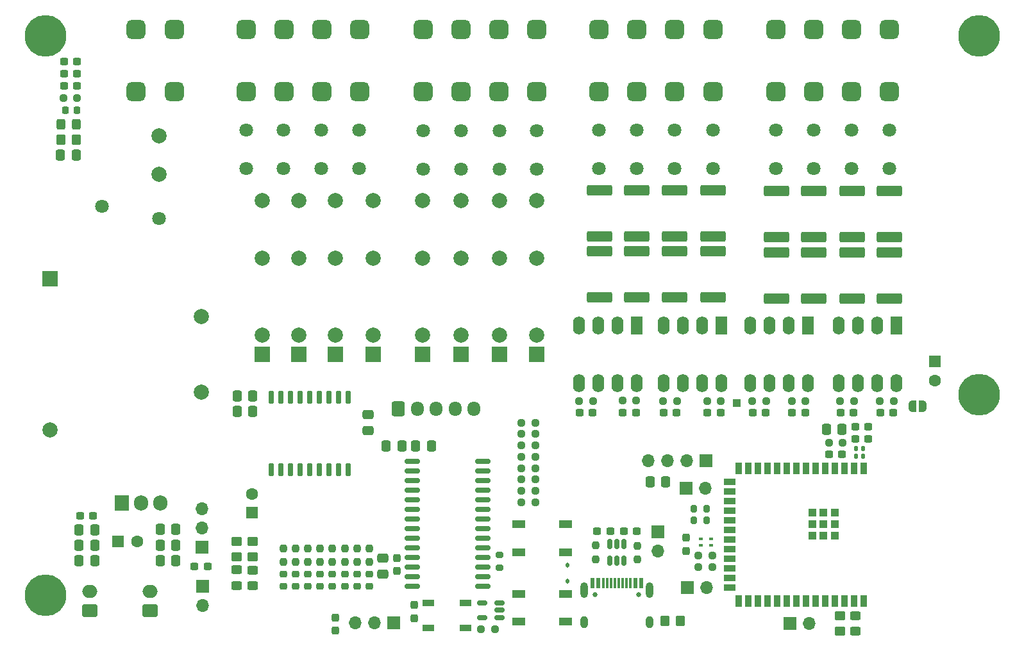
<source format=gbr>
%TF.GenerationSoftware,KiCad,Pcbnew,8.0.4*%
%TF.CreationDate,2024-08-19T02:50:55+02:00*%
%TF.ProjectId,hamodule,68616d6f-6475-46c6-952e-6b696361645f,20240807.23.8*%
%TF.SameCoordinates,Original*%
%TF.FileFunction,Soldermask,Top*%
%TF.FilePolarity,Negative*%
%FSLAX46Y46*%
G04 Gerber Fmt 4.6, Leading zero omitted, Abs format (unit mm)*
G04 Created by KiCad (PCBNEW 8.0.4) date 2024-08-19 02:50:55*
%MOMM*%
%LPD*%
G01*
G04 APERTURE LIST*
G04 Aperture macros list*
%AMRoundRect*
0 Rectangle with rounded corners*
0 $1 Rounding radius*
0 $2 $3 $4 $5 $6 $7 $8 $9 X,Y pos of 4 corners*
0 Add a 4 corners polygon primitive as box body*
4,1,4,$2,$3,$4,$5,$6,$7,$8,$9,$2,$3,0*
0 Add four circle primitives for the rounded corners*
1,1,$1+$1,$2,$3*
1,1,$1+$1,$4,$5*
1,1,$1+$1,$6,$7*
1,1,$1+$1,$8,$9*
0 Add four rect primitives between the rounded corners*
20,1,$1+$1,$2,$3,$4,$5,0*
20,1,$1+$1,$4,$5,$6,$7,0*
20,1,$1+$1,$6,$7,$8,$9,0*
20,1,$1+$1,$8,$9,$2,$3,0*%
%AMFreePoly0*
4,1,19,0.500000,-0.750000,0.000000,-0.750000,0.000000,-0.744911,-0.071157,-0.744911,-0.207708,-0.704816,-0.327430,-0.627875,-0.420627,-0.520320,-0.479746,-0.390866,-0.500000,-0.250000,-0.500000,0.250000,-0.479746,0.390866,-0.420627,0.520320,-0.327430,0.627875,-0.207708,0.704816,-0.071157,0.744911,0.000000,0.744911,0.000000,0.750000,0.500000,0.750000,0.500000,-0.750000,0.500000,-0.750000,
$1*%
%AMFreePoly1*
4,1,19,0.000000,0.744911,0.071157,0.744911,0.207708,0.704816,0.327430,0.627875,0.420627,0.520320,0.479746,0.390866,0.500000,0.250000,0.500000,-0.250000,0.479746,-0.390866,0.420627,-0.520320,0.327430,-0.627875,0.207708,-0.704816,0.071157,-0.744911,0.000000,-0.744911,0.000000,-0.750000,-0.500000,-0.750000,-0.500000,0.750000,0.000000,0.750000,0.000000,0.744911,0.000000,0.744911,
$1*%
G04 Aperture macros list end*
%ADD10FreePoly0,0.000000*%
%ADD11FreePoly1,0.000000*%
%ADD12RoundRect,0.140000X-0.140000X-0.170000X0.140000X-0.170000X0.140000X0.170000X-0.140000X0.170000X0*%
%ADD13R,1.700000X1.700000*%
%ADD14O,1.700000X1.700000*%
%ADD15RoundRect,0.249999X-1.425001X0.450001X-1.425001X-0.450001X1.425001X-0.450001X1.425001X0.450001X0*%
%ADD16C,1.800000*%
%ADD17RoundRect,0.250000X0.450000X-0.325000X0.450000X0.325000X-0.450000X0.325000X-0.450000X-0.325000X0*%
%ADD18RoundRect,0.250000X0.450000X-0.350000X0.450000X0.350000X-0.450000X0.350000X-0.450000X-0.350000X0*%
%ADD19RoundRect,0.250000X0.750000X-0.600000X0.750000X0.600000X-0.750000X0.600000X-0.750000X-0.600000X0*%
%ADD20O,2.000000X1.700000*%
%ADD21RoundRect,0.250000X0.337500X0.475000X-0.337500X0.475000X-0.337500X-0.475000X0.337500X-0.475000X0*%
%ADD22R,2.000000X2.000000*%
%ADD23C,2.000000*%
%ADD24R,1.905000X2.000000*%
%ADD25O,1.905000X2.000000*%
%ADD26RoundRect,0.625000X0.625000X0.625000X-0.625000X0.625000X-0.625000X-0.625000X0.625000X-0.625000X0*%
%ADD27C,5.500000*%
%ADD28R,1.600000X2.400000*%
%ADD29O,1.600000X2.400000*%
%ADD30RoundRect,0.237500X-0.250000X-0.237500X0.250000X-0.237500X0.250000X0.237500X-0.250000X0.237500X0*%
%ADD31RoundRect,0.237500X0.300000X0.237500X-0.300000X0.237500X-0.300000X-0.237500X0.300000X-0.237500X0*%
%ADD32R,1.800000X1.100000*%
%ADD33RoundRect,0.237500X-0.300000X-0.237500X0.300000X-0.237500X0.300000X0.237500X-0.300000X0.237500X0*%
%ADD34RoundRect,0.237500X-0.237500X0.300000X-0.237500X-0.300000X0.237500X-0.300000X0.237500X0.300000X0*%
%ADD35RoundRect,0.237500X0.250000X0.237500X-0.250000X0.237500X-0.250000X-0.237500X0.250000X-0.237500X0*%
%ADD36RoundRect,0.150000X0.150000X-0.725000X0.150000X0.725000X-0.150000X0.725000X-0.150000X-0.725000X0*%
%ADD37R,1.600000X1.600000*%
%ADD38C,1.600000*%
%ADD39RoundRect,0.237500X0.237500X-0.250000X0.237500X0.250000X-0.237500X0.250000X-0.237500X-0.250000X0*%
%ADD40RoundRect,0.218750X0.256250X-0.218750X0.256250X0.218750X-0.256250X0.218750X-0.256250X-0.218750X0*%
%ADD41RoundRect,0.150000X0.512500X0.150000X-0.512500X0.150000X-0.512500X-0.150000X0.512500X-0.150000X0*%
%ADD42RoundRect,0.200000X0.200000X0.275000X-0.200000X0.275000X-0.200000X-0.275000X0.200000X-0.275000X0*%
%ADD43R,0.900000X1.500000*%
%ADD44R,1.500000X0.900000*%
%ADD45R,1.000000X1.000000*%
%ADD46RoundRect,0.237500X0.237500X-0.300000X0.237500X0.300000X-0.237500X0.300000X-0.237500X-0.300000X0*%
%ADD47RoundRect,0.200000X0.275000X-0.200000X0.275000X0.200000X-0.275000X0.200000X-0.275000X-0.200000X0*%
%ADD48RoundRect,0.250000X-0.450000X0.325000X-0.450000X-0.325000X0.450000X-0.325000X0.450000X0.325000X0*%
%ADD49RoundRect,0.250000X-0.337500X-0.475000X0.337500X-0.475000X0.337500X0.475000X-0.337500X0.475000X0*%
%ADD50RoundRect,0.112500X0.112500X-0.187500X0.112500X0.187500X-0.112500X0.187500X-0.112500X-0.187500X0*%
%ADD51RoundRect,0.250000X0.350000X0.450000X-0.350000X0.450000X-0.350000X-0.450000X0.350000X-0.450000X0*%
%ADD52C,0.650000*%
%ADD53R,0.600000X1.450000*%
%ADD54R,0.300000X1.450000*%
%ADD55O,1.000000X2.100000*%
%ADD56O,1.000000X1.600000*%
%ADD57RoundRect,0.250000X-0.600000X-0.725000X0.600000X-0.725000X0.600000X0.725000X-0.600000X0.725000X0*%
%ADD58O,1.700000X1.950000*%
%ADD59RoundRect,0.250000X0.325000X0.450000X-0.325000X0.450000X-0.325000X-0.450000X0.325000X-0.450000X0*%
%ADD60RoundRect,0.250000X-0.475000X0.337500X-0.475000X-0.337500X0.475000X-0.337500X0.475000X0.337500X0*%
%ADD61RoundRect,0.250000X-0.350000X-0.450000X0.350000X-0.450000X0.350000X0.450000X-0.350000X0.450000X0*%
%ADD62R,0.500000X0.300000*%
%ADD63RoundRect,0.150000X-0.875000X-0.150000X0.875000X-0.150000X0.875000X0.150000X-0.875000X0.150000X0*%
%ADD64RoundRect,0.150000X0.150000X-0.512500X0.150000X0.512500X-0.150000X0.512500X-0.150000X-0.512500X0*%
%ADD65RoundRect,0.218750X0.218750X0.256250X-0.218750X0.256250X-0.218750X-0.256250X0.218750X-0.256250X0*%
G04 APERTURE END LIST*
D10*
%TO.C,JP1*%
X117674000Y30568400D03*
D11*
X118974000Y30568400D03*
%TD*%
D12*
%TO.C,C44*%
X110144000Y24968400D03*
X111104000Y24968400D03*
%TD*%
%TO.C,C43*%
X110144000Y23968400D03*
X111104000Y23968400D03*
%TD*%
D13*
%TO.C,J5*%
X23876500Y6731000D03*
D14*
X23876500Y4191000D03*
%TD*%
D15*
%TO.C,R12*%
X76275000Y59056900D03*
X76275000Y52956900D03*
%TD*%
%TO.C,R11*%
X81228000Y59056900D03*
X81228000Y52956900D03*
%TD*%
D16*
%TO.C,RV1*%
X10626400Y57005330D03*
X18126400Y55372000D03*
%TD*%
D15*
%TO.C,R19*%
X81228000Y51005100D03*
X81228000Y44905100D03*
%TD*%
%TO.C,R20*%
X76275000Y51005100D03*
X76275000Y44905100D03*
%TD*%
D17*
%TO.C,D2*%
X28424000Y6868400D03*
X28424000Y8918400D03*
%TD*%
D18*
%TO.C,R7*%
X28424000Y10668400D03*
X28424000Y12668400D03*
%TD*%
D19*
%TO.C,J1*%
X16963300Y3568700D03*
D20*
X16963300Y6068700D03*
%TD*%
D21*
%TO.C,C14*%
X9644200Y14198600D03*
X7569200Y14198600D03*
%TD*%
%TO.C,C8*%
X20361500Y12168400D03*
X18286500Y12168400D03*
%TD*%
D22*
%TO.C,PS1*%
X3780000Y47421800D03*
D23*
X3780000Y27421800D03*
X23780000Y32421800D03*
X23780000Y42421800D03*
%TD*%
D24*
%TO.C,U1*%
X13242700Y17729200D03*
D25*
X15782700Y17729200D03*
X18322700Y17729200D03*
%TD*%
D26*
%TO.C,J15*%
X44691800Y72136000D03*
X44691800Y80335999D03*
X39691800Y72136000D03*
X39691800Y80335999D03*
X34691800Y72136000D03*
X34691800Y80335999D03*
X29691800Y72136000D03*
X29691800Y80335999D03*
%TD*%
%TO.C,J2*%
X20144000Y72112401D03*
X20144000Y80312400D03*
X15144000Y72112401D03*
X15144000Y80312400D03*
%TD*%
%TO.C,J7*%
X91264000Y72140201D03*
X91264000Y80340200D03*
X86264000Y72140201D03*
X86264000Y80340200D03*
X81264000Y72140201D03*
X81264000Y80340200D03*
X76264000Y72140201D03*
X76264000Y80340200D03*
%TD*%
D23*
%TO.C,F1*%
X18161000Y66243200D03*
X18151000Y61163200D03*
%TD*%
D27*
%TO.C,H2*%
X3124000Y79468400D03*
%TD*%
%TO.C,H1*%
X126424000Y79468400D03*
%TD*%
D28*
%TO.C,U4*%
X115513178Y41232282D03*
D29*
X112973178Y41232282D03*
X110433178Y41232282D03*
X107893178Y41232282D03*
X107893178Y33612282D03*
X110433178Y33612282D03*
X112973178Y33612282D03*
X115513178Y33612282D03*
%TD*%
D15*
%TO.C,R21*%
X91286400Y51005100D03*
X91286400Y44905100D03*
%TD*%
%TO.C,R10*%
X86257200Y59056900D03*
X86257200Y52956900D03*
%TD*%
%TO.C,R9*%
X91286400Y59056900D03*
X91286400Y52956900D03*
%TD*%
D28*
%TO.C,U7*%
X81205300Y41228800D03*
D29*
X78665300Y41228800D03*
X76125300Y41228800D03*
X73585300Y41228800D03*
X73585300Y33608800D03*
X76125300Y33608800D03*
X78665300Y33608800D03*
X81205300Y33608800D03*
%TD*%
D28*
%TO.C,U6*%
X92381300Y41228800D03*
D29*
X89841300Y41228800D03*
X87301300Y41228800D03*
X84761300Y41228800D03*
X84761300Y33608800D03*
X87301300Y33608800D03*
X89841300Y33608800D03*
X92381300Y33608800D03*
%TD*%
D15*
%TO.C,R22*%
X86257200Y51005100D03*
X86257200Y44905100D03*
%TD*%
D30*
%TO.C,R1*%
X106588402Y25681201D03*
X108413402Y25681201D03*
%TD*%
D31*
%TO.C,C3*%
X108350902Y24157201D03*
X106625902Y24157201D03*
%TD*%
D19*
%TO.C,J4*%
X9038500Y3568700D03*
D20*
X9038500Y6068700D03*
%TD*%
D32*
%TO.C,SW2*%
X65671000Y14968400D03*
X71871000Y14968400D03*
X65671000Y11268400D03*
X71871000Y11268400D03*
%TD*%
%TO.C,SW3*%
X65669800Y5765800D03*
X71869800Y5765800D03*
X65669800Y2065800D03*
X71869800Y2065800D03*
%TD*%
D13*
%TO.C,J10*%
X101429402Y1808701D03*
D14*
X103969402Y1808701D03*
%TD*%
D33*
%TO.C,C6*%
X110099000Y26268400D03*
X111824000Y26268400D03*
%TD*%
D34*
%TO.C,C30*%
X87779402Y13161201D03*
X87779402Y11436201D03*
%TD*%
D31*
%TO.C,C11*%
X77724000Y14078701D03*
X75999000Y14078701D03*
%TD*%
D17*
%TO.C,D3*%
X30524000Y6843400D03*
X30524000Y8893400D03*
%TD*%
D35*
%TO.C,R38*%
X67836500Y22368400D03*
X66011500Y22368400D03*
%TD*%
D36*
%TO.C,U11*%
X32964000Y22168400D03*
X34234000Y22168400D03*
X35504000Y22168400D03*
X36774000Y22168400D03*
X38044000Y22168400D03*
X39314000Y22168400D03*
X40584000Y22168400D03*
X41854000Y22168400D03*
X43124000Y22168400D03*
X43124000Y31718400D03*
X41854000Y31718400D03*
X40584000Y31718400D03*
X39314000Y31718400D03*
X38044000Y31718400D03*
X36774000Y31718400D03*
X35504000Y31718400D03*
X34234000Y31718400D03*
X32964000Y31718400D03*
%TD*%
D37*
%TO.C,C19*%
X120624000Y36468400D03*
D38*
X120624000Y33968400D03*
%TD*%
D13*
%TO.C,J14*%
X90364000Y23368400D03*
D14*
X87824000Y23368400D03*
X85284000Y23368400D03*
X82744000Y23368400D03*
%TD*%
D39*
%TO.C,R46*%
X36171496Y9965496D03*
X36171496Y11790496D03*
%TD*%
D26*
%TO.C,J6*%
X114621702Y72140201D03*
X114621702Y80340200D03*
X109621702Y72140201D03*
X109621702Y80340200D03*
X104621702Y72140201D03*
X104621702Y80340200D03*
X99621702Y72140201D03*
X99621702Y80340200D03*
%TD*%
%TO.C,J16*%
X68059800Y72136000D03*
X68059800Y80335999D03*
X63059800Y72136000D03*
X63059800Y80335999D03*
X58059800Y72136000D03*
X58059800Y80335999D03*
X53059800Y72136000D03*
X53059800Y80335999D03*
%TD*%
D39*
%TO.C,R45*%
X34545896Y9967396D03*
X34545896Y11792396D03*
%TD*%
D15*
%TO.C,R25*%
X104583200Y50900600D03*
X104583200Y44800600D03*
%TD*%
D33*
%TO.C,C25*%
X96524002Y29707101D03*
X98249002Y29707101D03*
%TD*%
D31*
%TO.C,C40*%
X7324000Y74468400D03*
X5599000Y74468400D03*
%TD*%
D15*
%TO.C,R15*%
X104583200Y59032600D03*
X104583200Y52932600D03*
%TD*%
D40*
%TO.C,D5*%
X34545896Y6790296D03*
X34545896Y8365296D03*
%TD*%
D33*
%TO.C,C23*%
X108156102Y29707101D03*
X109881102Y29707101D03*
%TD*%
D16*
%TO.C,F15*%
X58026800Y61849000D03*
X58026800Y66929000D03*
%TD*%
D18*
%TO.C,R8*%
X30524000Y10668400D03*
X30524000Y12668400D03*
%TD*%
D30*
%TO.C,R32*%
X84738626Y31255920D03*
X86563626Y31255920D03*
%TD*%
D22*
%TO.C,K5*%
X52911000Y37424500D03*
D23*
X52911000Y39964500D03*
X52911000Y50124500D03*
X52911000Y57744500D03*
%TD*%
D13*
%TO.C,J12*%
X87784000Y19668400D03*
D14*
X90324000Y19668400D03*
%TD*%
D16*
%TO.C,F4*%
X81228000Y61952500D03*
X81228000Y67032500D03*
%TD*%
D39*
%TO.C,R50*%
X42673896Y9967396D03*
X42673896Y11792396D03*
%TD*%
%TO.C,R49*%
X41048296Y9965496D03*
X41048296Y11790496D03*
%TD*%
D15*
%TO.C,R26*%
X99644200Y50852800D03*
X99644200Y44752800D03*
%TD*%
D30*
%TO.C,R34*%
X73611526Y31255920D03*
X75436526Y31255920D03*
%TD*%
D41*
%TO.C,U10*%
X63124000Y2641600D03*
X63124000Y3591600D03*
X63124000Y4541600D03*
X60849000Y4541600D03*
X60849000Y2641600D03*
%TD*%
D42*
%TO.C,R5*%
X90454402Y16988701D03*
X88804402Y16988701D03*
%TD*%
D37*
%TO.C,C18*%
X30424000Y16486020D03*
D38*
X30424000Y18986020D03*
%TD*%
D30*
%TO.C,R27*%
X113337702Y31231101D03*
X115162702Y31231101D03*
%TD*%
D15*
%TO.C,R16*%
X99644200Y58982800D03*
X99644200Y52882800D03*
%TD*%
D42*
%TO.C,R6*%
X90454402Y15513701D03*
X88804402Y15513701D03*
%TD*%
D43*
%TO.C,U3*%
X111239402Y22348701D03*
X109969402Y22348701D03*
X108699402Y22348701D03*
X107429402Y22348701D03*
X106159402Y22348701D03*
X104889402Y22348701D03*
X103619402Y22348701D03*
X102349402Y22348701D03*
X101079402Y22348701D03*
X99809402Y22348701D03*
X98539402Y22348701D03*
X97269402Y22348701D03*
X95999402Y22348701D03*
X94729402Y22348701D03*
D44*
X93479402Y20583701D03*
X93479402Y19313701D03*
X93479402Y18043701D03*
X93479402Y16773701D03*
X93479402Y15503701D03*
X93479402Y14233701D03*
X93479402Y12963701D03*
X93479402Y11693701D03*
X93479402Y10423701D03*
X93479402Y9153701D03*
X93479402Y7883701D03*
X93479402Y6613701D03*
D43*
X94729402Y4848701D03*
X95999402Y4848701D03*
X97269402Y4848701D03*
X98539402Y4848701D03*
X99809402Y4848701D03*
X101079402Y4848701D03*
X102349402Y4848701D03*
X103619402Y4848701D03*
X104889402Y4848701D03*
X106159402Y4848701D03*
X107429402Y4848701D03*
X108699402Y4848701D03*
X109969402Y4848701D03*
X111239402Y4848701D03*
D45*
X107389402Y16458701D03*
X105889402Y16458701D03*
X104389402Y16458701D03*
X107389402Y14958701D03*
X105889402Y14958701D03*
X104389402Y14958701D03*
X107389402Y13458701D03*
X105889402Y13458701D03*
X104389402Y13458701D03*
%TD*%
D15*
%TO.C,R13*%
X114616200Y59032600D03*
X114616200Y52932600D03*
%TD*%
D40*
%TO.C,D10*%
X42673896Y6790396D03*
X42673896Y8365396D03*
%TD*%
D35*
%TO.C,R37*%
X67836500Y20868400D03*
X66011500Y20868400D03*
%TD*%
D22*
%TO.C,K6*%
X57991000Y37424500D03*
D23*
X57991000Y39964500D03*
X57991000Y50124500D03*
X57991000Y57744500D03*
%TD*%
D30*
%TO.C,R44*%
X60659400Y1051600D03*
X62484400Y1051600D03*
%TD*%
D16*
%TO.C,F2*%
X91286400Y61952500D03*
X91286400Y67032500D03*
%TD*%
D35*
%TO.C,R42*%
X67836500Y28368400D03*
X66011500Y28368400D03*
%TD*%
D13*
%TO.C,J13*%
X84039402Y13923701D03*
D14*
X84039402Y11383701D03*
%TD*%
D16*
%TO.C,F7*%
X109626400Y61950600D03*
X109626400Y67030600D03*
%TD*%
D46*
%TO.C,C31*%
X51839200Y2540700D03*
X51839200Y4265700D03*
%TD*%
D47*
%TO.C,R43*%
X63124000Y9243400D03*
X63124000Y10893400D03*
%TD*%
D13*
%TO.C,J11*%
X87929800Y6578600D03*
D14*
X90469800Y6578600D03*
%TD*%
D30*
%TO.C,R29*%
X101706402Y31231101D03*
X103531402Y31231101D03*
%TD*%
D45*
%TO.C,TP1*%
X94424000Y30968400D03*
%TD*%
D48*
%TO.C,D13*%
X110058200Y2879200D03*
X110058200Y829200D03*
%TD*%
D49*
%TO.C,C35*%
X48149000Y25268400D03*
X50224000Y25268400D03*
%TD*%
D34*
%TO.C,C34*%
X49524000Y10493400D03*
X49524000Y8768400D03*
%TD*%
D50*
%TO.C,D1*%
X72124000Y7468400D03*
X72124000Y9568400D03*
%TD*%
D16*
%TO.C,F8*%
X104621800Y61950600D03*
X104621800Y67030600D03*
%TD*%
%TO.C,F13*%
X44532300Y61935500D03*
X44532300Y67015500D03*
%TD*%
D35*
%TO.C,R40*%
X67836500Y25368400D03*
X66011500Y25368400D03*
%TD*%
D28*
%TO.C,U5*%
X103829178Y41232282D03*
D29*
X101289178Y41232282D03*
X98749178Y41232282D03*
X96209178Y41232282D03*
X96209178Y33612282D03*
X98749178Y33612282D03*
X101289178Y33612282D03*
X103829178Y33612282D03*
%TD*%
D15*
%TO.C,R14*%
X109637800Y59032600D03*
X109637800Y52932600D03*
%TD*%
D31*
%TO.C,C22*%
X115112702Y29707101D03*
X113387702Y29707101D03*
%TD*%
D21*
%TO.C,C15*%
X9644200Y12141200D03*
X7569200Y12141200D03*
%TD*%
D13*
%TO.C,J8*%
X49116800Y1966700D03*
D14*
X46576800Y1966700D03*
X44036800Y1966700D03*
%TD*%
D33*
%TO.C,C42*%
X5599000Y72868400D03*
X7324000Y72868400D03*
%TD*%
D51*
%TO.C,R55*%
X7224000Y65768400D03*
X5224000Y65768400D03*
%TD*%
D35*
%TO.C,R39*%
X67836500Y23868400D03*
X66011500Y23868400D03*
%TD*%
D16*
%TO.C,F14*%
X53073800Y61849000D03*
X53073800Y66929000D03*
%TD*%
D52*
%TO.C,J3*%
X75715402Y5692801D03*
X81495402Y5692801D03*
D53*
X75355402Y7137801D03*
X76155402Y7137801D03*
D54*
X77355402Y7137801D03*
X78355402Y7137801D03*
X78855402Y7137801D03*
X79855402Y7137801D03*
D53*
X81055402Y7137801D03*
X81855402Y7137801D03*
X81855402Y7137801D03*
X81055402Y7137801D03*
D54*
X80355402Y7137801D03*
X79355402Y7137801D03*
X77855402Y7137801D03*
X76855402Y7137801D03*
D53*
X76155402Y7137801D03*
X75355402Y7137801D03*
D55*
X74285402Y6222801D03*
D56*
X74285402Y2042801D03*
D55*
X82925402Y6222801D03*
D56*
X82925402Y2042801D03*
%TD*%
D30*
%TO.C,R31*%
X90529826Y31255920D03*
X92354826Y31255920D03*
%TD*%
D35*
%TO.C,R41*%
X67836500Y26868400D03*
X66011500Y26868400D03*
%TD*%
D57*
%TO.C,J9*%
X49762400Y30243000D03*
D58*
X52262400Y30243000D03*
X54762400Y30243000D03*
X57262400Y30243000D03*
X59762400Y30243000D03*
%TD*%
D39*
%TO.C,R47*%
X37797096Y9965496D03*
X37797096Y11790496D03*
%TD*%
D13*
%TO.C,SW1*%
X23847200Y11938000D03*
D14*
X23847200Y14478000D03*
X23847200Y17018000D03*
%TD*%
D33*
%TO.C,C27*%
X84785626Y29731920D03*
X86510626Y29731920D03*
%TD*%
D40*
%TO.C,D12*%
X45925096Y6790396D03*
X45925096Y8365396D03*
%TD*%
D33*
%TO.C,C28*%
X79402600Y29731920D03*
X81127600Y29731920D03*
%TD*%
D21*
%TO.C,C10*%
X20353700Y10104400D03*
X18278700Y10104400D03*
%TD*%
D35*
%TO.C,R35*%
X67836500Y17868400D03*
X66011500Y17868400D03*
%TD*%
D16*
%TO.C,F6*%
X114604800Y61950600D03*
X114604800Y67030600D03*
%TD*%
%TO.C,F3*%
X86257200Y61952500D03*
X86257200Y67032500D03*
%TD*%
D30*
%TO.C,R30*%
X96474002Y31231101D03*
X98299002Y31231101D03*
%TD*%
D59*
%TO.C,D14*%
X7224000Y67768400D03*
X5174000Y67768400D03*
%TD*%
D40*
%TO.C,D6*%
X36171496Y6790396D03*
X36171496Y8365396D03*
%TD*%
D34*
%TO.C,C33*%
X41427400Y2615100D03*
X41427400Y890100D03*
%TD*%
D16*
%TO.C,F16*%
X63106800Y61849000D03*
X63106800Y66929000D03*
%TD*%
D49*
%TO.C,C38*%
X82986500Y20568400D03*
X85061500Y20568400D03*
%TD*%
D39*
%TO.C,R52*%
X45925096Y9967396D03*
X45925096Y11792396D03*
%TD*%
D33*
%TO.C,C24*%
X101756402Y29707101D03*
X103481402Y29707101D03*
%TD*%
D49*
%TO.C,C36*%
X52049000Y25268400D03*
X54124000Y25268400D03*
%TD*%
D31*
%TO.C,C26*%
X92301826Y29731920D03*
X90576826Y29731920D03*
%TD*%
D60*
%TO.C,C37*%
X45724000Y29443400D03*
X45724000Y27368400D03*
%TD*%
D44*
%TO.C,D4*%
X53724000Y4518400D03*
X53724000Y1218400D03*
X58624000Y1218400D03*
X58624000Y4518400D03*
%TD*%
D35*
%TO.C,R36*%
X67836500Y19368400D03*
X66011500Y19368400D03*
%TD*%
D39*
%TO.C,R4*%
X81309402Y10296201D03*
X81309402Y12121201D03*
%TD*%
%TO.C,R51*%
X44299496Y9967396D03*
X44299496Y11792396D03*
%TD*%
D31*
%TO.C,C17*%
X9449000Y16068400D03*
X7724000Y16068400D03*
%TD*%
D22*
%TO.C,K1*%
X31818300Y37424500D03*
D23*
X31818300Y39964500D03*
X31818300Y50124500D03*
X31818300Y57744500D03*
%TD*%
D22*
%TO.C,K2*%
X36644300Y37424500D03*
D23*
X36644300Y39964500D03*
X36644300Y50124500D03*
X36644300Y57744500D03*
%TD*%
D16*
%TO.C,F11*%
X34612300Y61935500D03*
X34612300Y67015500D03*
%TD*%
D22*
%TO.C,K4*%
X46423300Y37424500D03*
D23*
X46423300Y39964500D03*
X46423300Y50124500D03*
X46423300Y57744500D03*
%TD*%
D22*
%TO.C,K7*%
X63071000Y37424500D03*
D23*
X63071000Y39964500D03*
X63071000Y50124500D03*
X63071000Y57744500D03*
%TD*%
D22*
%TO.C,K8*%
X68024000Y37424500D03*
D23*
X68024000Y39964500D03*
X68024000Y50124500D03*
X68024000Y57744500D03*
%TD*%
D21*
%TO.C,C21*%
X30524000Y29868400D03*
X28449000Y29868400D03*
%TD*%
D61*
%TO.C,R2*%
X84944200Y2184400D03*
X86944200Y2184400D03*
%TD*%
D62*
%TO.C,U8*%
X91089402Y12205101D03*
X91089402Y13005101D03*
X89689402Y13005101D03*
X89689402Y12205101D03*
%TD*%
D63*
%TO.C,U13*%
X60924000Y23248400D03*
X60924000Y21978400D03*
X60924000Y20708400D03*
X60924000Y19438400D03*
X60924000Y18168400D03*
X60924000Y16898400D03*
X60924000Y15628400D03*
X60924000Y14358400D03*
X60924000Y13088400D03*
X60924000Y11818400D03*
X60924000Y10548400D03*
X60924000Y9278400D03*
X60924000Y8008400D03*
X60924000Y6738400D03*
X51624000Y6738400D03*
X51624000Y8008400D03*
X51624000Y9278400D03*
X51624000Y10548400D03*
X51624000Y11818400D03*
X51624000Y13088400D03*
X51624000Y14358400D03*
X51624000Y15628400D03*
X51624000Y16898400D03*
X51624000Y18168400D03*
X51624000Y19438400D03*
X51624000Y20708400D03*
X51624000Y21978400D03*
X51624000Y23248400D03*
%TD*%
D40*
%TO.C,D8*%
X39422696Y6790396D03*
X39422696Y8365396D03*
%TD*%
D64*
%TO.C,U2*%
X77659402Y10101201D03*
X78609402Y10101201D03*
X79559402Y10101201D03*
X79559402Y12376201D03*
X78609402Y12376201D03*
X77659402Y12376201D03*
%TD*%
D22*
%TO.C,K3*%
X41470300Y37424500D03*
D23*
X41470300Y39964500D03*
X41470300Y50124500D03*
X41470300Y57744500D03*
%TD*%
D33*
%TO.C,C13*%
X79499000Y14078701D03*
X81224000Y14078701D03*
%TD*%
D27*
%TO.C,H4*%
X126424000Y32080200D03*
%TD*%
D49*
%TO.C,C41*%
X5149000Y63768400D03*
X7224000Y63768400D03*
%TD*%
D30*
%TO.C,R17*%
X89358502Y10795000D03*
X91183502Y10795000D03*
%TD*%
D21*
%TO.C,C16*%
X9644200Y10109200D03*
X7569200Y10109200D03*
%TD*%
D40*
%TO.C,D7*%
X37797096Y6790396D03*
X37797096Y8365396D03*
%TD*%
D15*
%TO.C,R24*%
X109637800Y50904600D03*
X109637800Y44804600D03*
%TD*%
D37*
%TO.C,C12*%
X12734700Y12649200D03*
D38*
X15234700Y12649200D03*
%TD*%
D16*
%TO.C,F9*%
X99621800Y61980000D03*
X99621800Y67060000D03*
%TD*%
%TO.C,F5*%
X76249600Y61952500D03*
X76249600Y67032500D03*
%TD*%
D35*
%TO.C,R54*%
X7324000Y71268400D03*
X5499000Y71268400D03*
%TD*%
D40*
%TO.C,D9*%
X41048296Y6790396D03*
X41048296Y8365396D03*
%TD*%
D15*
%TO.C,R23*%
X114616200Y50904600D03*
X114616200Y44804600D03*
%TD*%
D33*
%TO.C,C4*%
X110099000Y27868400D03*
X111824000Y27868400D03*
%TD*%
D21*
%TO.C,C5*%
X20361500Y14268400D03*
X18286500Y14268400D03*
%TD*%
D16*
%TO.C,F17*%
X68059800Y61849000D03*
X68059800Y66929000D03*
%TD*%
D21*
%TO.C,C20*%
X30524000Y31868400D03*
X28449000Y31868400D03*
%TD*%
D39*
%TO.C,R48*%
X39422696Y9965496D03*
X39422696Y11790496D03*
%TD*%
D30*
%TO.C,R33*%
X79351926Y31267400D03*
X81176926Y31267400D03*
%TD*%
D31*
%TO.C,C39*%
X7324000Y76068400D03*
X5599000Y76068400D03*
%TD*%
D30*
%TO.C,R18*%
X89358502Y9271000D03*
X91183502Y9271000D03*
%TD*%
D16*
%TO.C,F10*%
X29659300Y61935500D03*
X29659300Y67015500D03*
%TD*%
D18*
%TO.C,R53*%
X108102400Y854200D03*
X108102400Y2854200D03*
%TD*%
D39*
%TO.C,R3*%
X75839402Y10316201D03*
X75839402Y12141201D03*
%TD*%
D33*
%TO.C,C9*%
X22824000Y9368400D03*
X24549000Y9368400D03*
%TD*%
D27*
%TO.C,H3*%
X3124000Y5568400D03*
%TD*%
D33*
%TO.C,C29*%
X73660426Y29731920D03*
X75385426Y29731920D03*
%TD*%
D16*
%TO.C,F12*%
X39532300Y61935500D03*
X39532300Y67015500D03*
%TD*%
D21*
%TO.C,C7*%
X108324000Y27468400D03*
X106249000Y27468400D03*
%TD*%
D60*
%TO.C,C32*%
X47724000Y10443400D03*
X47724000Y8368400D03*
%TD*%
D40*
%TO.C,D11*%
X44299496Y6790396D03*
X44299496Y8365396D03*
%TD*%
D30*
%TO.C,R28*%
X108105302Y31231101D03*
X109930302Y31231101D03*
%TD*%
D65*
%TO.C,D15*%
X7324000Y69668400D03*
X5749000Y69668400D03*
%TD*%
M02*

</source>
